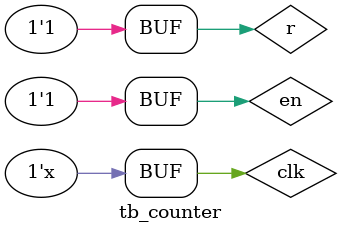
<source format=v>
module counter(state, en, r, clk);
    parameter BITS=4;
    input en, r, clk;
    output [BITS-1:0]state=0;
    
    reg [BITS-1:0]state;
    
    always@(posedge clk or negedge r) begin
        if(!r) begin
            state=0;
        end
        else
        if(en) begin
            state=state+1;
        end
    end
endmodule

//testbench
module tb_counter();
   parameter BITS=4;
   reg en, r, clk;
   wire [BITS-1:0]state;
   
   counter CNT(state, en, r, clk); 
   initial begin
       clk=0;
       en=0;
       r=1;
       #6;
       r=0;
       #5;
       r=1;
       #15;
       en=1;
   end
   always #5 clk=~clk;
endmodule
</source>
